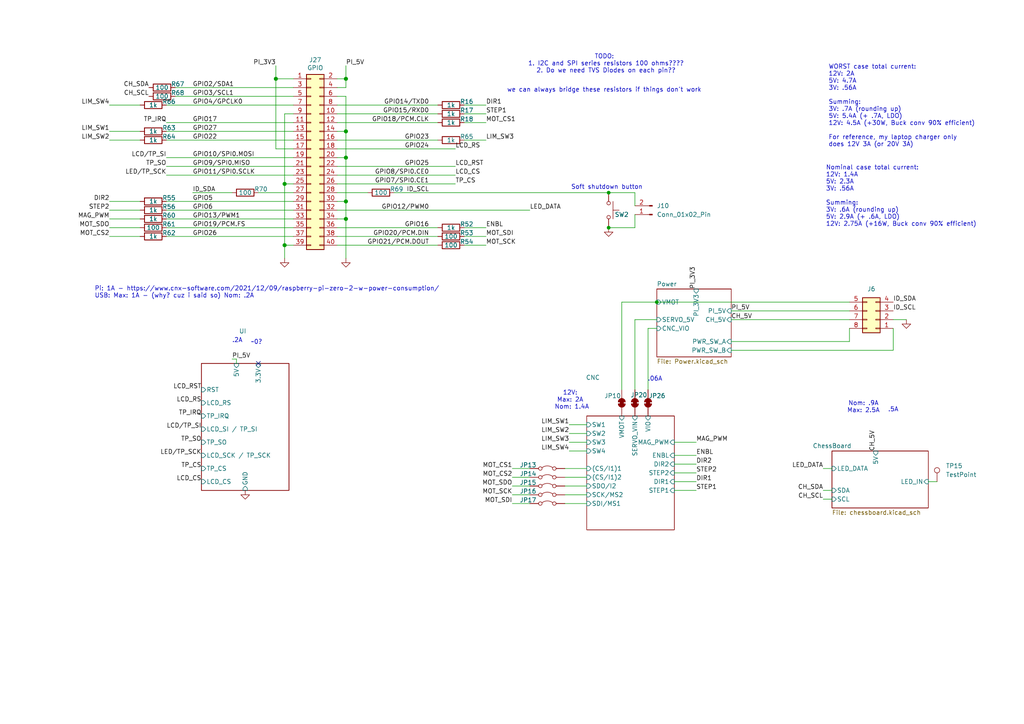
<source format=kicad_sch>
(kicad_sch (version 20231120) (generator "eeschema") (generator_version "8.0")
  (paper "A4")
  (lib_symbols
    (symbol "Connector:Conn_01x02_Pin" (pin_names (offset 1.016) hide)
      (property "Reference" "J" (at 0 2.54 0))
      (property "Value" "Conn_01x02_Pin" (at 0 -5.08 0))
      (symbol "Conn_01x02_Pin_1_1"
        (polyline (pts (xy 1.27 -2.54) (xy 0.8636 -2.54)) (stroke (width 0.1524)))
        (polyline (pts (xy 1.27 0) (xy 0.8636 0)) (stroke (width 0.1524)))
        (rectangle (start 0.8636 -2.413) (end 0 -2.667) (stroke (width 0.1524)) (fill (type outline)))
        (rectangle (start 0.8636 0.127) (end 0 -0.127) (stroke (width 0.1524)) (fill (type outline)))
        (pin passive line (at 5.08 0 180) (length 3.81) (name "Pin_1") (number "1"))
        (pin passive line (at 5.08 -2.54 180) (length 3.81) (name "Pin_2") (number "2"))
      )
    )
    (symbol "Connector:TestPoint" (pin_numbers hide) (pin_names (offset 0.762) hide)
      (property "Reference" "TP" (at 0 6.858 0))
      (property "Value" "TestPoint" (at 0 5.08 0))
      (symbol "TestPoint_0_1"
        (circle (center 0 3.302) (radius 0.762))
      )
      (symbol "TestPoint_1_1"
        (pin passive line (at 0 0 90) (length 2.54) (name "1") (number "1"))
      )
    )
    (symbol "Connector_Generic:Conn_02x04_Counter_Clockwise" (pin_names (offset 1.016) hide)
      (property "Reference" "J" (at 1.27 5.08 0))
      (property "Value" "Conn_02x04_Counter_Clockwise" (at 1.27 -7.62 0))
      (symbol "Conn_02x04_Counter_Clockwise_1_1"
        (rectangle (start -1.27 -4.953) (end 0 -5.207) (stroke (width 0.1524)))
        (rectangle (start -1.27 -2.413) (end 0 -2.667) (stroke (width 0.1524)))
        (rectangle (start -1.27 0.127) (end 0 -0.127) (stroke (width 0.1524)))
        (rectangle (start -1.27 2.667) (end 0 2.413) (stroke (width 0.1524)))
        (rectangle (start -1.27 3.81) (end 3.81 -6.35) (stroke (width 0.254)) (fill (type background)))
        (rectangle (start 3.81 -4.953) (end 2.54 -5.207) (stroke (width 0.1524)))
        (rectangle (start 3.81 -2.413) (end 2.54 -2.667) (stroke (width 0.1524)))
        (rectangle (start 3.81 0.127) (end 2.54 -0.127) (stroke (width 0.1524)))
        (rectangle (start 3.81 2.667) (end 2.54 2.413) (stroke (width 0.1524)))
        (pin passive line (at -5.08 2.54 0) (length 3.81) (name "Pin_1") (number "1"))
        (pin passive line (at -5.08 0 0) (length 3.81) (name "Pin_2") (number "2"))
        (pin passive line (at -5.08 -2.54 0) (length 3.81) (name "Pin_3") (number "3"))
        (pin passive line (at -5.08 -5.08 0) (length 3.81) (name "Pin_4") (number "4"))
        (pin passive line (at 7.62 -5.08 180) (length 3.81) (name "Pin_5") (number "5"))
        (pin passive line (at 7.62 -2.54 180) (length 3.81) (name "Pin_6") (number "6"))
        (pin passive line (at 7.62 0 180) (length 3.81) (name "Pin_7") (number "7"))
        (pin passive line (at 7.62 2.54 180) (length 3.81) (name "Pin_8") (number "8"))
      )
    )
    (symbol "Connector_Generic:Conn_02x20_Odd_Even" (pin_names (offset 1.016) hide)
      (property "Reference" "J" (at 1.27 25.4 0))
      (property "Value" "Conn_02x20_Odd_Even" (at 1.27 -27.94 0))
      (symbol "Conn_02x20_Odd_Even_1_1"
        (rectangle (start -1.27 -25.273) (end 0 -25.527) (stroke (width 0.1524)))
        (rectangle (start -1.27 -22.733) (end 0 -22.987) (stroke (width 0.1524)))
        (rectangle (start -1.27 -20.193) (end 0 -20.447) (stroke (width 0.1524)))
        (rectangle (start -1.27 -17.653) (end 0 -17.907) (stroke (width 0.1524)))
        (rectangle (start -1.27 -15.113) (end 0 -15.367) (stroke (width 0.1524)))
        (rectangle (start -1.27 -12.573) (end 0 -12.827) (stroke (width 0.1524)))
        (rectangle (start -1.27 -10.033) (end 0 -10.287) (stroke (width 0.1524)))
        (rectangle (start -1.27 -7.493) (end 0 -7.747) (stroke (width 0.1524)))
        (rectangle (start -1.27 -4.953) (end 0 -5.207) (stroke (width 0.1524)))
        (rectangle (start -1.27 -2.413) (end 0 -2.667) (stroke (width 0.1524)))
        (rectangle (start -1.27 0.127) (end 0 -0.127) (stroke (width 0.1524)))
        (rectangle (start -1.27 2.667) (end 0 2.413) (stroke (width 0.1524)))
        (rectangle (start -1.27 5.207) (end 0 4.953) (stroke (width 0.1524)))
        (rectangle (start -1.27 7.747) (end 0 7.493) (stroke (width 0.1524)))
        (rectangle (start -1.27 10.287) (end 0 10.033) (stroke (width 0.1524)))
        (rectangle (start -1.27 12.827) (end 0 12.573) (stroke (width 0.1524)))
        (rectangle (start -1.27 15.367) (end 0 15.113) (stroke (width 0.1524)))
        (rectangle (start -1.27 17.907) (end 0 17.653) (stroke (width 0.1524)))
        (rectangle (start -1.27 20.447) (end 0 20.193) (stroke (width 0.1524)))
        (rectangle (start -1.27 22.987) (end 0 22.733) (stroke (width 0.1524)))
        (rectangle (start -1.27 24.13) (end 3.81 -26.67) (stroke (width 0.254)) (fill (type background)))
        (rectangle (start 3.81 -25.273) (end 2.54 -25.527) (stroke (width 0.1524)))
        (rectangle (start 3.81 -22.733) (end 2.54 -22.987) (stroke (width 0.1524)))
        (rectangle (start 3.81 -20.193) (end 2.54 -20.447) (stroke (width 0.1524)))
        (rectangle (start 3.81 -17.653) (end 2.54 -17.907) (stroke (width 0.1524)))
        (rectangle (start 3.81 -15.113) (end 2.54 -15.367) (stroke (width 0.1524)))
        (rectangle (start 3.81 -12.573) (end 2.54 -12.827) (stroke (width 0.1524)))
        (rectangle (start 3.81 -10.033) (end 2.54 -10.287) (stroke (width 0.1524)))
        (rectangle (start 3.81 -7.493) (end 2.54 -7.747) (stroke (width 0.1524)))
        (rectangle (start 3.81 -4.953) (end 2.54 -5.207) (stroke (width 0.1524)))
        (rectangle (start 3.81 -2.413) (end 2.54 -2.667) (stroke (width 0.1524)))
        (rectangle (start 3.81 0.127) (end 2.54 -0.127) (stroke (width 0.1524)))
        (rectangle (start 3.81 2.667) (end 2.54 2.413) (stroke (width 0.1524)))
        (rectangle (start 3.81 5.207) (end 2.54 4.953) (stroke (width 0.1524)))
        (rectangle (start 3.81 7.747) (end 2.54 7.493) (stroke (width 0.1524)))
        (rectangle (start 3.81 10.287) (end 2.54 10.033) (stroke (width 0.1524)))
        (rectangle (start 3.81 12.827) (end 2.54 12.573) (stroke (width 0.1524)))
        (rectangle (start 3.81 15.367) (end 2.54 15.113) (stroke (width 0.1524)))
        (rectangle (start 3.81 17.907) (end 2.54 17.653) (stroke (width 0.1524)))
        (rectangle (start 3.81 20.447) (end 2.54 20.193) (stroke (width 0.1524)))
        (rectangle (start 3.81 22.987) (end 2.54 22.733) (stroke (width 0.1524)))
        (pin passive line (at -5.08 22.86 0) (length 3.81) (name "Pin_1") (number "1"))
        (pin passive line (at 7.62 12.7 180) (length 3.81) (name "Pin_10") (number "10"))
        (pin passive line (at -5.08 10.16 0) (length 3.81) (name "Pin_11") (number "11"))
        (pin passive line (at 7.62 10.16 180) (length 3.81) (name "Pin_12") (number "12"))
        (pin passive line (at -5.08 7.62 0) (length 3.81) (name "Pin_13") (number "13"))
        (pin passive line (at 7.62 7.62 180) (length 3.81) (name "Pin_14") (number "14"))
        (pin passive line (at -5.08 5.08 0) (length 3.81) (name "Pin_15") (number "15"))
        (pin passive line (at 7.62 5.08 180) (length 3.81) (name "Pin_16") (number "16"))
        (pin passive line (at -5.08 2.54 0) (length 3.81) (name "Pin_17") (number "17"))
        (pin passive line (at 7.62 2.54 180) (length 3.81) (name "Pin_18") (number "18"))
        (pin passive line (at -5.08 0 0) (length 3.81) (name "Pin_19") (number "19"))
        (pin passive line (at 7.62 22.86 180) (length 3.81) (name "Pin_2") (number "2"))
        (pin passive line (at 7.62 0 180) (length 3.81) (name "Pin_20") (number "20"))
        (pin passive line (at -5.08 -2.54 0) (length 3.81) (name "Pin_21") (number "21"))
        (pin passive line (at 7.62 -2.54 180) (length 3.81) (name "Pin_22") (number "22"))
        (pin passive line (at -5.08 -5.08 0) (length 3.81) (name "Pin_23") (number "23"))
        (pin passive line (at 7.62 -5.08 180) (length 3.81) (name "Pin_24") (number "24"))
        (pin passive line (at -5.08 -7.62 0) (length 3.81) (name "Pin_25") (number "25"))
        (pin passive line (at 7.62 -7.62 180) (length 3.81) (name "Pin_26") (number "26"))
        (pin passive line (at -5.08 -10.16 0) (length 3.81) (name "Pin_27") (number "27"))
        (pin passive line (at 7.62 -10.16 180) (length 3.81) (name "Pin_28") (number "28"))
        (pin passive line (at -5.08 -12.7 0) (length 3.81) (name "Pin_29") (number "29"))
        (pin passive line (at -5.08 20.32 0) (length 3.81) (name "Pin_3") (number "3"))
        (pin passive line (at 7.62 -12.7 180) (length 3.81) (name "Pin_30") (number "30"))
        (pin passive line (at -5.08 -15.24 0) (length 3.81) (name "Pin_31") (number "31"))
        (pin passive line (at 7.62 -15.24 180) (length 3.81) (name "Pin_32") (number "32"))
        (pin passive line (at -5.08 -17.78 0) (length 3.81) (name "Pin_33") (number "33"))
        (pin passive line (at 7.62 -17.78 180) (length 3.81) (name "Pin_34") (number "34"))
        (pin passive line (at -5.08 -20.32 0) (length 3.81) (name "Pin_35") (number "35"))
        (pin passive line (at 7.62 -20.32 180) (length 3.81) (name "Pin_36") (number "36"))
        (pin passive line (at -5.08 -22.86 0) (length 3.81) (name "Pin_37") (number "37"))
        (pin passive line (at 7.62 -22.86 180) (length 3.81) (name "Pin_38") (number "38"))
        (pin passive line (at -5.08 -25.4 0) (length 3.81) (name "Pin_39") (number "39"))
        (pin passive line (at 7.62 20.32 180) (length 3.81) (name "Pin_4") (number "4"))
        (pin passive line (at 7.62 -25.4 180) (length 3.81) (name "Pin_40") (number "40"))
        (pin passive line (at -5.08 17.78 0) (length 3.81) (name "Pin_5") (number "5"))
        (pin passive line (at 7.62 17.78 180) (length 3.81) (name "Pin_6") (number "6"))
        (pin passive line (at -5.08 15.24 0) (length 3.81) (name "Pin_7") (number "7"))
        (pin passive line (at 7.62 15.24 180) (length 3.81) (name "Pin_8") (number "8"))
        (pin passive line (at -5.08 12.7 0) (length 3.81) (name "Pin_9") (number "9"))
      )
    )
    (symbol "Device:R" (pin_numbers hide) (pin_names (offset 0))
      (property "Reference" "R" (at 2.032 0 90))
      (property "Value" "R" (at 0 0 90))
      (symbol "R_0_1"
        (rectangle (start -1.016 -2.54) (end 1.016 2.54) (stroke (width 0.254)))
      )
      (symbol "R_1_1"
        (pin passive line (at 0 3.81 270) (length 1.27) (name "~") (number "1"))
        (pin passive line (at 0 -3.81 90) (length 1.27) (name "~") (number "2"))
      )
    )
    (symbol "Jumper:Jumper_2_Bridged" (pin_numbers hide) (pin_names (offset 0) hide) (exclude_from_sim yes)
      (property "Reference" "JP" (at 0 1.905 0))
      (property "Value" "Jumper_2_Bridged" (at 0 -2.54 0))
      (symbol "Jumper_2_Bridged_0_0"
        (circle (center -2.032 0) (radius 0.508))
        (circle (center 2.032 0) (radius 0.508))
      )
      (symbol "Jumper_2_Bridged_0_1"
        (arc (start 1.524 0.254) (mid 0 0.762) (end -1.524 0.254))
      )
      (symbol "Jumper_2_Bridged_1_1"
        (pin passive line (at -5.08 0 0) (length 2.54) (name "A") (number "1"))
        (pin passive line (at 5.08 0 180) (length 2.54) (name "B") (number "2"))
      )
    )
    (symbol "Jumper:SolderJumper_2_Bridged" (pin_numbers hide) (pin_names (offset 0) hide) (exclude_from_sim yes) (in_bom no)
      (property "Reference" "JP" (at 0 2.032 0))
      (property "Value" "SolderJumper_2_Bridged" (at 0 -2.54 0))
      (symbol "SolderJumper_2_Bridged_0_1"
        (rectangle (start -0.508 0.508) (end 0.508 -0.508) (fill (type outline)))
        (arc (start -0.254 1.016) (mid -1.2656 0) (end -0.254 -1.016))
        (arc (start -0.254 1.016) (mid -1.2656 0) (end -0.254 -1.016) (fill (type outline)))
        (polyline (pts (xy -0.254 1.016) (xy -0.254 -1.016)))
        (polyline (pts (xy 0.254 1.016) (xy 0.254 -1.016)))
        (arc (start 0.254 -1.016) (mid 1.2656 0) (end 0.254 1.016))
        (arc (start 0.254 -1.016) (mid 1.2656 0) (end 0.254 1.016) (fill (type outline)))
      )
      (symbol "SolderJumper_2_Bridged_1_1"
        (pin passive line (at -3.81 0 0) (length 2.54) (name "A") (number "1"))
        (pin passive line (at 3.81 0 180) (length 2.54) (name "B") (number "2"))
      )
    )
    (symbol "Switch:SW_Push" (pin_numbers hide) (pin_names (offset 1.016) hide)
      (property "Reference" "SW" (at 1.27 2.54 0))
      (property "Value" "SW_Push" (at 0 -1.524 0))
      (symbol "SW_Push_0_1"
        (circle (center -2.032 0) (radius 0.508))
        (polyline (pts (xy 0 1.27) (xy 0 3.048)))
        (polyline (pts (xy 2.54 1.27) (xy -2.54 1.27)))
        (circle (center 2.032 0) (radius 0.508))
        (pin passive line (at -5.08 0 0) (length 2.54) (name "1") (number "1"))
        (pin passive line (at 5.08 0 180) (length 2.54) (name "2") (number "2"))
      )
    )
    (symbol "power:GND" (power) (pin_names (offset 0))
      (property "Value" "GND" (at 0 -3.81 0))
      (symbol "GND_0_1"
        (polyline (pts (xy 0 0) (xy 0 -1.27) (xy 1.27 -1.27) (xy 0 -2.54) (xy -1.27 -1.27) (xy 0 -1.27)))
      )
      (symbol "GND_1_1"
        (pin power_in line (at 0 0 270) (length 0) hide (name "GND") (number "1"))
      )
    )
  )
  (junction (at 80.01 22.86) (diameter 1.016))
  (junction (at 100.33 58.42) (diameter 1.016))
  (junction (at 100.33 38.1) (diameter 1.016))
  (junction (at 176.53 66.04))
  (junction (at 100.33 45.72) (diameter 1.016))
  (junction (at 100.33 22.86) (diameter 1.016))
  (junction (at 82.55 71.12) (diameter 1.016))
  (junction (at 100.33 63.5) (diameter 1.016))
  (junction (at 190.5 87.63))
  (junction (at 82.55 53.34) (diameter 1.016))
  (junction (at 176.53 55.88))
  (no_connect (at 74.93 105.41))
  (wire (pts (xy 48.26 40.64) (xy 85.09 40.64)))
  (wire (pts (xy 134.62 30.48) (xy 140.97 30.48)))
  (wire (pts (xy 100.33 25.4) (xy 97.79 25.4)))
  (wire (pts (xy 67.31 55.88) (xy 55.88 55.88)))
  (wire (pts (xy 100.33 38.1) (xy 100.33 45.72)))
  (wire (pts (xy 134.62 66.04) (xy 140.97 66.04)))
  (wire (pts (xy 100.33 27.94) (xy 100.33 38.1)))
  (wire (pts (xy 80.01 22.86) (xy 80.01 43.18)))
  (wire (pts (xy 163.83 146.05) (xy 170.18 146.05)))
  (wire (pts (xy 114.3 55.88) (xy 176.53 55.88)))
  (wire (pts (xy 80.01 22.86) (xy 85.09 22.86)))
  (wire (pts (xy 238.76 135.89) (xy 241.3 135.89)))
  (wire (pts (xy 259.08 101.6) (xy 259.08 95.25)))
  (wire (pts (xy 134.62 35.56) (xy 140.97 35.56)))
  (wire (pts (xy 184.15 62.23) (xy 184.15 66.04)))
  (wire (pts (xy 163.83 140.97) (xy 170.18 140.97)))
  (wire (pts (xy 31.75 66.04) (xy 40.64 66.04)))
  (wire (pts (xy 184.15 92.71) (xy 184.15 113.03)))
  (wire (pts (xy 187.96 95.25) (xy 187.96 113.03)))
  (wire (pts (xy 48.26 38.1) (xy 85.09 38.1)))
  (wire (pts (xy 134.62 71.12) (xy 140.97 71.12)))
  (wire (pts (xy 246.38 99.06) (xy 246.38 95.25)))
  (wire (pts (xy 97.79 33.02) (xy 127 33.02)))
  (wire (pts (xy 31.75 63.5) (xy 40.64 63.5)))
  (wire (pts (xy 100.33 45.72) (xy 100.33 58.42)))
  (wire (pts (xy 31.75 58.42) (xy 40.64 58.42)))
  (wire (pts (xy 195.58 142.24) (xy 201.93 142.24)))
  (wire (pts (xy 165.1 123.19) (xy 170.18 123.19)))
  (wire (pts (xy 82.55 53.34) (xy 82.55 71.12)))
  (wire (pts (xy 100.33 22.86) (xy 100.33 25.4)))
  (wire (pts (xy 195.58 139.7) (xy 201.93 139.7)))
  (wire (pts (xy 48.26 48.26) (xy 85.09 48.26)))
  (wire (pts (xy 97.79 55.88) (xy 106.68 55.88)))
  (wire (pts (xy 184.15 55.88) (xy 176.53 55.88)))
  (wire (pts (xy 82.55 53.34) (xy 85.09 53.34)))
  (wire (pts (xy 97.79 50.8) (xy 132.08 50.8)))
  (wire (pts (xy 100.33 19.05) (xy 100.33 22.86)))
  (wire (pts (xy 97.79 35.56) (xy 127 35.56)))
  (wire (pts (xy 100.33 58.42) (xy 97.79 58.42)))
  (wire (pts (xy 100.33 27.94) (xy 97.79 27.94)))
  (wire (pts (xy 163.83 143.51) (xy 170.18 143.51)))
  (wire (pts (xy 80.01 19.05) (xy 80.01 22.86)))
  (wire (pts (xy 85.09 55.88) (xy 74.93 55.88)))
  (wire (pts (xy 184.15 59.69) (xy 184.15 55.88)))
  (wire (pts (xy 48.26 58.42) (xy 85.09 58.42)))
  (wire (pts (xy 100.33 63.5) (xy 97.79 63.5)))
  (wire (pts (xy 153.67 146.05) (xy 148.59 146.05)))
  (wire (pts (xy 97.79 48.26) (xy 132.08 48.26)))
  (wire (pts (xy 190.5 87.63) (xy 246.38 87.63)))
  (wire (pts (xy 80.01 43.18) (xy 85.09 43.18)))
  (wire (pts (xy 180.34 87.63) (xy 180.34 113.03)))
  (wire (pts (xy 100.33 38.1) (xy 97.79 38.1)))
  (wire (pts (xy 50.8 27.94) (xy 85.09 27.94)))
  (wire (pts (xy 67.31 104.14) (xy 68.58 104.14)))
  (wire (pts (xy 97.79 40.64) (xy 127 40.64)))
  (wire (pts (xy 165.1 125.73) (xy 170.18 125.73)))
  (wire (pts (xy 212.09 101.6) (xy 259.08 101.6)))
  (wire (pts (xy 195.58 132.08) (xy 201.93 132.08)))
  (wire (pts (xy 134.62 40.64) (xy 140.97 40.64)))
  (wire (pts (xy 163.83 135.89) (xy 170.18 135.89)))
  (wire (pts (xy 100.33 45.72) (xy 97.79 45.72)))
  (wire (pts (xy 190.5 95.25) (xy 187.96 95.25)))
  (wire (pts (xy 97.79 71.12) (xy 127 71.12)))
  (wire (pts (xy 153.67 140.97) (xy 148.59 140.97)))
  (wire (pts (xy 48.26 35.56) (xy 85.09 35.56)))
  (wire (pts (xy 97.79 60.96) (xy 153.67 60.96)))
  (wire (pts (xy 100.33 63.5) (xy 100.33 74.93)))
  (wire (pts (xy 31.75 30.48) (xy 40.64 30.48)))
  (wire (pts (xy 48.26 30.48) (xy 85.09 30.48)))
  (wire (pts (xy 195.58 134.62) (xy 201.93 134.62)))
  (wire (pts (xy 134.62 68.58) (xy 140.97 68.58)))
  (wire (pts (xy 97.79 30.48) (xy 127 30.48)))
  (wire (pts (xy 48.26 66.04) (xy 85.09 66.04)))
  (wire (pts (xy 165.1 128.27) (xy 170.18 128.27)))
  (wire (pts (xy 31.75 40.64) (xy 40.64 40.64)))
  (wire (pts (xy 82.55 33.02) (xy 82.55 53.34)))
  (wire (pts (xy 48.26 68.58) (xy 85.09 68.58)))
  (wire (pts (xy 97.79 43.18) (xy 132.08 43.18)))
  (wire (pts (xy 82.55 71.12) (xy 85.09 71.12)))
  (wire (pts (xy 100.33 22.86) (xy 97.79 22.86)))
  (wire (pts (xy 153.67 135.89) (xy 148.59 135.89)))
  (wire (pts (xy 134.62 33.02) (xy 140.97 33.02)))
  (wire (pts (xy 195.58 128.27) (xy 201.93 128.27)))
  (wire (pts (xy 238.76 144.78) (xy 241.3 144.78)))
  (wire (pts (xy 238.76 142.24) (xy 241.3 142.24)))
  (wire (pts (xy 97.79 66.04) (xy 127 66.04)))
  (wire (pts (xy 212.09 90.17) (xy 246.38 90.17)))
  (wire (pts (xy 31.75 60.96) (xy 40.64 60.96)))
  (wire (pts (xy 82.55 71.12) (xy 82.55 74.93)))
  (wire (pts (xy 31.75 38.1) (xy 40.64 38.1)))
  (wire (pts (xy 153.67 143.51) (xy 148.59 143.51)))
  (wire (pts (xy 48.26 60.96) (xy 85.09 60.96)))
  (wire (pts (xy 48.26 50.8) (xy 85.09 50.8)))
  (wire (pts (xy 97.79 68.58) (xy 127 68.58)))
  (wire (pts (xy 190.5 92.71) (xy 184.15 92.71)))
  (wire (pts (xy 163.83 138.43) (xy 170.18 138.43)))
  (wire (pts (xy 82.55 33.02) (xy 85.09 33.02)))
  (wire (pts (xy 269.24 139.7) (xy 271.78 139.7)))
  (wire (pts (xy 31.75 68.58) (xy 40.64 68.58)))
  (wire (pts (xy 48.26 45.72) (xy 85.09 45.72)))
  (wire (pts (xy 195.58 137.16) (xy 201.93 137.16)))
  (wire (pts (xy 212.09 99.06) (xy 246.38 99.06)))
  (wire (pts (xy 212.09 92.71) (xy 246.38 92.71)))
  (wire (pts (xy 97.79 53.34) (xy 132.08 53.34)))
  (wire (pts (xy 48.26 63.5) (xy 85.09 63.5)))
  (wire (pts (xy 259.08 92.71) (xy 262.89 92.71)))
  (wire (pts (xy 68.58 104.14) (xy 68.58 105.41)))
  (wire (pts (xy 50.8 25.4) (xy 85.09 25.4)))
  (wire (pts (xy 184.15 66.04) (xy 176.53 66.04)))
  (wire (pts (xy 190.5 87.63) (xy 180.34 87.63)))
  (wire (pts (xy 100.33 58.42) (xy 100.33 63.5)))
  (wire (pts (xy 153.67 138.43) (xy 148.59 138.43)))
  (wire (pts (xy 165.1 130.81) (xy 170.18 130.81)))
  (text ".06A" (at 189.992 109.982 0) (effects (font (size 1.27 1.27))))
  (text ".5A" (at 259.08 118.872 0) (effects (font (size 1.27 1.27))))
  (text "12V: \nMax: 2A \nNom: 1.4A" (at 165.862 116.078 0) (effects (font (size 1.27 1.27))))
  (text "WORST case total current:\n12V: 2A\n5V: 4.7A\n3V: .56A\n\nSumming:\n3V: .7A (rounding up)\n5V: 5.4A (+ .7A, LDO)\n12V: 4.5A (+30W, Buck conv 90% efficient)\n\nFor reference, my laptop charger only \ndoes 12V 3A (or 20V 3A)" (at 240.284 30.734 0) (effects (font (size 1.27 1.27)) (justify left)))
  (text "we can always bridge these resistors if things don't work" (at 175.26 26.162 0) (effects (font (size 1.27 1.27))))
  (text "TODO: \n1. I2C and SPI series resistors 100 ohms????\n2. Do we need TVS Diodes on each pin??" (at 175.768 18.542 0) (effects (font (size 1.27 1.27))))
  (text "Nominal case total current:\n12V: 1.4A\n5V: 2.3A\n3V: .56A\n\nSumming:\n3V: .6A (rounding up)\n5V: 2.9A (+ .6A, LDO)\n12V: 2.75A (+16W, Buck conv 90% efficient)\n" (at 239.522 56.896 0) (effects (font (size 1.27 1.27)) (justify left)))
  (text "~0?" (at 74.422 99.314 0) (effects (font (size 1.27 1.27))))
  (text "Soft shutdown button" (at 176.022 54.356 0) (effects (font (size 1.27 1.27))))
  (text "Nom: .9A\nMax: 2.5A" (at 250.444 118.11 0) (effects (font (size 1.27 1.27))))
  (text ".2A" (at 68.834 98.806 0) (effects (font (size 1.27 1.27))))
  (text "Pi: 1A - https://www.cnx-software.com/2021/12/09/raspberry-pi-zero-2-w-power-consumption/\nUSB: Max: 1A - (why? cuz i said so) Nom: .2A" (at 27.432 84.836 0) (effects (font (size 1.27 1.27)) (justify left)))
  (label "GPIO27" (at 55.88 38.1 0))
  (label "MOT_CS2" (at 148.59 138.43 180))
  (label "GPIO9{slash}SPI0.MISO" (at 55.88 48.26 0))
  (label "GPIO5" (at 55.88 58.42 0))
  (label "STEP1" (at 140.97 33.02 0))
  (label "LIM_SW2" (at 165.1 125.73 180))
  (label "STEP2" (at 201.93 137.16 0))
  (label "GPIO11{slash}SPI0.SCLK" (at 55.88 50.8 0))
  (label "LIM_SW3" (at 140.97 40.64 0))
  (label "LED{slash}TP_SCK" (at 58.42 132.08 180))
  (label "MOT_CS1" (at 140.97 35.56 0))
  (label "GPIO20{slash}PCM.DIN" (at 124.46 68.58 180))
  (label "GPIO16" (at 124.46 66.04 180))
  (label "DIR2" (at 201.93 134.62 0))
  (label "LCD{slash}TP_SI" (at 58.42 124.46 180))
  (label "TP_IRQ" (at 48.26 35.56 180))
  (label "LIM_SW4" (at 165.1 130.81 180))
  (label "STEP2" (at 31.75 60.96 180))
  (label "MOT_CS2" (at 31.75 68.58 180))
  (label "CH_SCL" (at 238.76 144.78 180))
  (label "GPIO21{slash}PCM.DOUT" (at 124.46 71.12 180))
  (label "GPIO18{slash}PCM.CLK" (at 124.46 35.56 180))
  (label "CH_5V" (at 212.09 92.71 0))
  (label "MAG_PWM" (at 31.75 63.5 180))
  (label "CH_SDA" (at 43.18 25.4 180))
  (label "GPIO14{slash}TXD0" (at 124.46 30.48 180))
  (label "GPIO10{slash}SPI0.MOSI" (at 55.88 45.72 0))
  (label "LED_DATA" (at 238.76 135.89 180))
  (label "LED_DATA" (at 153.67 60.96 0))
  (label "MOT_SDI" (at 148.59 146.05 180))
  (label "GPIO23" (at 124.46 40.64 180))
  (label "MOT_CS1" (at 148.59 135.89 180))
  (label "CH_SDA" (at 238.76 142.24 180))
  (label "DIR1" (at 201.93 139.7 0))
  (label "MOT_SCK" (at 148.59 143.51 180))
  (label "LCD_RST" (at 132.08 48.26 0))
  (label "LED{slash}TP_SCK" (at 48.26 50.8 180))
  (label "TP_SO" (at 48.26 48.26 180))
  (label "GPIO12{slash}PWM0" (at 124.46 60.96 180))
  (label "ID_SDA" (at 259.08 87.63 0))
  (label "TP_SO" (at 58.42 128.27 180))
  (label "GPIO3{slash}SCL1" (at 55.88 27.94 0))
  (label "LIM_SW4" (at 31.75 30.48 180))
  (label "PI_5V" (at 67.31 104.14 0))
  (label "ENBL" (at 201.93 132.08 0))
  (label "MOT_SDI" (at 140.97 68.58 0))
  (label "GPIO6" (at 55.88 60.96 0))
  (label "GPIO2{slash}SDA1" (at 55.88 25.4 0))
  (label "GPIO13{slash}PWM1" (at 55.88 63.5 0))
  (label "MAG_PWM" (at 201.93 128.27 0))
  (label "GPIO15{slash}RXD0" (at 124.46 33.02 180))
  (label "GPIO4{slash}GPCLK0" (at 55.88 30.48 0))
  (label "GPIO26" (at 55.88 68.58 0))
  (label "TP_CS" (at 58.42 135.89 180))
  (label "LCD_CS" (at 132.08 50.8 0))
  (label "LCD{slash}TP_SI" (at 48.26 45.72 180))
  (label "DIR1" (at 140.97 30.48 0))
  (label "PI_3V3" (at 80.01 19.05 180))
  (label "LIM_SW1" (at 31.75 38.1 180))
  (label "LCD_CS" (at 58.42 139.7 180))
  (label "LIM_SW1" (at 165.1 123.19 180))
  (label "PI_3V3" (at 201.93 83.82 90))
  (label "MOT_SCK" (at 140.97 71.12 0))
  (label "STEP1" (at 201.93 142.24 0))
  (label "GPIO22" (at 55.88 40.64 0))
  (label "TP_IRQ" (at 58.42 120.65 180))
  (label "LCD_RS" (at 58.42 116.84 180))
  (label "GPIO19{slash}PCM.FS" (at 55.88 66.04 0))
  (label "ENBL" (at 140.97 66.04 0))
  (label "GPIO8{slash}SPI0.CE0" (at 124.46 50.8 180))
  (label "LCD_RS" (at 132.08 43.18 0))
  (label "DIR2" (at 31.75 58.42 180))
  (label "LIM_SW2" (at 31.75 40.64 180))
  (label "MOT_SDO" (at 148.59 140.97 180))
  (label "ID_SCL" (at 259.08 90.17 0))
  (label "PI_5V" (at 100.33 19.05 0))
  (label "GPIO7{slash}SPI0.CE1" (at 124.46 53.34 180))
  (label "ID_SCL" (at 124.46 55.88 180))
  (label "LIM_SW3" (at 165.1 128.27 180))
  (label "GPIO25" (at 124.46 48.26 180))
  (label "MOT_SDO" (at 31.75 66.04 180))
  (label "ID_SDA" (at 55.88 55.88 0))
  (label "GPIO17" (at 55.88 35.56 0))
  (label "CH_5V" (at 254 130.81 90))
  (label "CH_SCL" (at 43.18 27.94 180))
  (label "PI_5V" (at 212.09 90.17 0))
  (label "LCD_RST" (at 58.42 113.03 180))
  (label "GPIO24" (at 124.46 43.18 180))
  (label "TP_CS" (at 132.08 53.34 0))
  (symbol (lib_id "Jumper:Jumper_2_Bridged") (at 158.75 146.05 0) (unit 1) (exclude_from_sim yes)
    (property "Reference" "JP17" (at 153.162 145.034 0))
    (property "Value" "Jumper_2_Bridged" (effects (hide yes)))
    (property "Footprint" "TestPoint:TestPoint_2Pads_Pitch2.54mm_Drill0.8mm" (effects (hide yes)))
    (property "Description" "Jumper, 2-pole, closed/bridged" (effects (hide yes)))
  )
  (symbol (lib_id "Device:R") (at 44.45 60.96 90) (unit 1)
    (property "Reference" "R56" (at 49.022 59.944 90))
    (property "Value" "1k" (at 44.45 60.96 90))
    (property "Footprint" "Resistor_SMD:R_0603_1608Metric_Pad0.98x0.95mm_HandSolder" (effects (hide yes)))
    (property "Description" "Resistor" (effects (hide yes)))
  )
  (symbol (lib_id "Jumper:SolderJumper_2_Bridged") (at 187.96 116.84 270) (mirror x) (unit 1) (exclude_from_sim yes) (in_bom no)
    (property "Reference" "JP26" (at 193.04 114.808 90) (effects (justify right)))
    (property "Value" "SolderJumper_2_Bridged" (effects (hide yes)))
    (property "Footprint" "Jumper:SolderJumper-2_P1.3mm_Bridged2Bar_RoundedPad1.0x1.5mm" (effects (hide yes)))
    (property "Description" "Solder Jumper, 2-pole, closed/bridged" (effects (hide yes)))
  )
  (symbol (lib_id "Device:R") (at 130.81 40.64 90) (unit 1)
    (property "Reference" "R65" (at 135.382 39.624 90))
    (property "Value" "1k" (at 130.81 40.64 90))
    (property "Footprint" "Resistor_SMD:R_0603_1608Metric_Pad0.98x0.95mm_HandSolder" (effects (hide yes)))
    (property "Description" "Resistor" (effects (hide yes)))
  )
  (symbol (lib_id "Switch:SW_Push") (at 176.53 60.96 270) (unit 1)
    (property "Reference" "SW2" (at 182.372 62.23 90) (effects (justify right)))
    (property "Value" "SW_Push TODO FP CHECK" (effects (hide yes)))
    (property "Footprint" "Button_Switch_SMD:SW_SPST_SKQG_WithStem" (effects (hide yes)))
    (property "Description" "Push button switch, generic, two pins" (effects (hide yes)))
  )
  (symbol (lib_id "Device:R") (at 44.45 30.48 90) (unit 1)
    (property "Reference" "R66" (at 49.022 29.464 90))
    (property "Value" "1k" (at 44.45 30.48 90))
    (property "Footprint" "Resistor_SMD:R_0603_1608Metric_Pad0.98x0.95mm_HandSolder" (effects (hide yes)))
    (property "Description" "Resistor" (effects (hide yes)))
  )
  (symbol (lib_id "power:GND") (at 176.53 66.04 0) (unit 1)
    (property "Reference" "#PWR044" (effects (hide yes)))
    (property "Value" "GND" (effects (hide yes)))
  )
  (symbol (lib_id "Device:R") (at 130.81 66.04 90) (unit 1)
    (property "Reference" "R52" (at 135.382 65.024 90))
    (property "Value" "1k" (at 130.81 66.04 90))
    (property "Footprint" "Resistor_SMD:R_0603_1608Metric_Pad0.98x0.95mm_HandSolder" (effects (hide yes)))
    (property "Description" "Resistor" (effects (hide yes)))
  )
  (symbol (lib_id "Jumper:SolderJumper_2_Bridged") (at 184.15 116.84 90) (unit 1) (exclude_from_sim yes) (in_bom no)
    (property "Reference" "JP20" (at 182.88 114.554 90) (effects (justify right)))
    (property "Value" "SolderJumper_2_Bridged" (effects (hide yes)))
    (property "Footprint" "Jumper:SolderJumper-2_P1.3mm_Bridged2Bar_RoundedPad1.0x1.5mm" (effects (hide yes)))
    (property "Description" "Solder Jumper, 2-pole, closed/bridged" (effects (hide yes)))
  )
  (symbol (lib_id "Device:R") (at 130.81 71.12 90) (unit 1)
    (property "Reference" "R54" (at 135.382 70.104 90))
    (property "Value" "100" (at 130.81 71.12 90))
    (property "Footprint" "Resistor_SMD:R_0603_1608Metric_Pad0.98x0.95mm_HandSolder" (effects (hide yes)))
    (property "Description" "Resistor" (effects (hide yes)))
  )
  (symbol (lib_id "Connector_Generic:Conn_02x04_Counter_Clockwise") (at 254 92.71 180) (unit 1)
    (property "Reference" "J6" (at 252.73 83.82 0))
    (property "Value" "Conn_02x04_Counter_Clockwise" (effects (hide yes)))
    (property "Footprint" "Connector_PinSocket_2.54mm:PinSocket_2x04_P2.54mm_Horizontal" (effects (hide yes)))
    (property "Description" "Generic connector, double row, 02x04, counter clockwise pin numbering scheme (similar to DIP package numbering), script generated (kicad-library-utils/schlib/autogen/connector/)" (effects (hide yes)))
  )
  (symbol (lib_id "Device:R") (at 44.45 66.04 90) (unit 1)
    (property "Reference" "R61" (at 49.022 65.024 90))
    (property "Value" "100" (at 44.45 66.04 90))
    (property "Footprint" "Resistor_SMD:R_0603_1608Metric_Pad0.98x0.95mm_HandSolder" (effects (hide yes)))
    (property "Description" "Resistor" (effects (hide yes)))
  )
  (symbol (lib_id "Device:R") (at 44.45 68.58 90) (unit 1)
    (property "Reference" "R62" (at 49.022 67.564 90))
    (property "Value" "1k" (at 44.45 68.58 90))
    (property "Footprint" "Resistor_SMD:R_0603_1608Metric_Pad0.98x0.95mm_HandSolder" (effects (hide yes)))
    (property "Description" "Resistor" (effects (hide yes)))
  )
  (symbol (lib_id "Jumper:Jumper_2_Bridged") (at 158.75 135.89 0) (unit 1) (exclude_from_sim yes)
    (property "Reference" "JP13" (at 153.162 134.874 0))
    (property "Value" "Jumper_2_Bridged" (effects (hide yes)))
    (property "Footprint" "TestPoint:TestPoint_2Pads_Pitch2.54mm_Drill0.8mm" (effects (hide yes)))
    (property "Description" "Jumper, 2-pole, closed/bridged" (effects (hide yes)))
  )
  (symbol (lib_id "Device:R") (at 110.49 55.88 90) (unit 1)
    (property "Reference" "R69" (at 115.062 54.864 90))
    (property "Value" "100" (at 110.49 55.88 90))
    (property "Footprint" "Resistor_SMD:R_0603_1608Metric_Pad0.98x0.95mm_HandSolder" (effects (hide yes)))
    (property "Description" "Resistor" (effects (hide yes)))
  )
  (symbol (lib_id "Device:R") (at 130.81 30.48 90) (unit 1)
    (property "Reference" "R16" (at 135.382 29.464 90))
    (property "Value" "1k" (at 130.81 30.48 90))
    (property "Footprint" "Resistor_SMD:R_0603_1608Metric_Pad0.98x0.95mm_HandSolder" (effects (hide yes)))
    (property "Description" "Resistor" (effects (hide yes)))
  )
  (symbol (lib_id "Connector_Generic:Conn_02x20_Odd_Even") (at 90.17 45.72 0) (unit 1)
    (property "Reference" "J27" (at 91.44 17.3798 0))
    (property "Value" "GPIO" (at 91.44 19.685 0))
    (property "Footprint" "Connector_PinSocket_2.54mm:PinSocket_2x20_P2.54mm_Vertical_SMD" (effects (hide yes)))
  )
  (symbol (lib_id "Jumper:Jumper_2_Bridged") (at 158.75 138.43 0) (unit 1) (exclude_from_sim yes)
    (property "Reference" "JP14" (at 153.162 137.414 0))
    (property "Value" "Jumper_2_Bridged" (effects (hide yes)))
    (property "Footprint" "TestPoint:TestPoint_2Pads_Pitch2.54mm_Drill0.8mm" (effects (hide yes)))
    (property "Description" "Jumper, 2-pole, closed/bridged" (effects (hide yes)))
  )
  (symbol (lib_id "power:GND") (at 262.89 92.71 0) (unit 1)
    (property "Reference" "#PWR05" (effects (hide yes)))
    (property "Value" "GND" (effects (hide yes)))
  )
  (symbol (lib_id "Device:R") (at 130.81 68.58 90) (unit 1)
    (property "Reference" "R53" (at 135.382 67.564 90))
    (property "Value" "100" (at 130.81 68.58 90))
    (property "Footprint" "Resistor_SMD:R_0603_1608Metric_Pad0.98x0.95mm_HandSolder" (effects (hide yes)))
    (property "Description" "Resistor" (effects (hide yes)))
  )
  (symbol (lib_id "Jumper:SolderJumper_2_Bridged") (at 180.34 116.84 90) (unit 1) (exclude_from_sim yes) (in_bom no)
    (property "Reference" "JP10" (at 175.26 114.808 90) (effects (justify right)))
    (property "Value" "SolderJumper_2_Bridged" (effects (hide yes)))
    (property "Footprint" "Jumper:SolderJumper-2_P1.3mm_Bridged2Bar_RoundedPad1.0x1.5mm" (effects (hide yes)))
    (property "Description" "Solder Jumper, 2-pole, closed/bridged" (effects (hide yes)))
  )
  (symbol (lib_id "Device:R") (at 46.99 25.4 90) (unit 1)
    (property "Reference" "R67" (at 51.562 24.384 90))
    (property "Value" "100" (at 46.99 25.4 90))
    (property "Footprint" "Resistor_SMD:R_0603_1608Metric_Pad0.98x0.95mm_HandSolder" (effects (hide yes)))
    (property "Description" "Resistor" (effects (hide yes)))
  )
  (symbol (lib_id "Jumper:Jumper_2_Bridged") (at 158.75 143.51 0) (unit 1) (exclude_from_sim yes)
    (property "Reference" "JP16" (at 153.162 142.494 0))
    (property "Value" "Jumper_2_Bridged" (effects (hide yes)))
    (property "Footprint" "TestPoint:TestPoint_2Pads_Pitch2.54mm_Drill0.8mm" (effects (hide yes)))
    (property "Description" "Jumper, 2-pole, closed/bridged" (effects (hide yes)))
  )
  (symbol (lib_id "power:GND") (at 82.55 74.93 0) (unit 1)
    (property "Reference" "#PWR030" (effects (hide yes)))
    (property "Value" "GND" (effects (hide yes)))
  )
  (symbol (lib_id "Connector:TestPoint") (at 271.78 139.7 0) (unit 1)
    (property "Reference" "TP15" (at 274.32 135.1279 0) (effects (justify left)))
    (property "Value" "TestPoint" (at 274.32 137.6679 0) (effects (justify left)))
    (property "Description" "test point" (effects (hide yes)))
  )
  (symbol (lib_id "Device:R") (at 44.45 38.1 90) (unit 1)
    (property "Reference" "R63" (at 49.022 37.084 90))
    (property "Value" "1k" (at 44.45 38.1 90))
    (property "Footprint" "Resistor_SMD:R_0603_1608Metric_Pad0.98x0.95mm_HandSolder" (effects (hide yes)))
    (property "Description" "Resistor" (effects (hide yes)))
  )
  (symbol (lib_id "Device:R") (at 46.99 27.94 90) (unit 1)
    (property "Reference" "R68" (at 51.562 26.924 90))
    (property "Value" "100" (at 46.99 27.94 90))
    (property "Footprint" "Resistor_SMD:R_0603_1608Metric_Pad0.98x0.95mm_HandSolder" (effects (hide yes)))
    (property "Description" "Resistor" (effects (hide yes)))
  )
  (symbol (lib_id "Device:R") (at 44.45 63.5 90) (unit 1)
    (property "Reference" "R60" (at 49.022 62.484 90))
    (property "Value" "1k" (at 44.45 63.5 90))
    (property "Footprint" "Resistor_SMD:R_0603_1608Metric_Pad0.98x0.95mm_HandSolder" (effects (hide yes)))
    (property "Description" "Resistor" (effects (hide yes)))
  )
  (symbol (lib_id "Device:R") (at 44.45 58.42 90) (unit 1)
    (property "Reference" "R55" (at 49.022 57.404 90))
    (property "Value" "1k" (at 44.45 58.42 90))
    (property "Footprint" "Resistor_SMD:R_0603_1608Metric_Pad0.98x0.95mm_HandSolder" (effects (hide yes)))
    (property "Description" "Resistor" (effects (hide yes)))
  )
  (symbol (lib_id "power:GND") (at 100.33 74.93 0) (unit 1)
    (property "Reference" "#PWR032" (effects (hide yes)))
    (property "Value" "GND" (effects (hide yes)))
  )
  (symbol (lib_id "Connector:Conn_01x02_Pin") (at 189.23 62.23 180) (unit 1)
    (property "Reference" "J10" (at 190.5 59.6899 0) (effects (justify right)))
    (property "Value" "Conn_01x02_Pin" (at 190.5 62.2299 0) (effects (justify right)))
    (property "Description" "Generic connector, single row, 01x02, script generated" (effects (hide yes)))
  )
  (symbol (lib_id "Device:R") (at 44.45 40.64 90) (unit 1)
    (property "Reference" "R64" (at 49.022 39.624 90))
    (property "Value" "1k" (at 44.45 40.64 90))
    (property "Footprint" "Resistor_SMD:R_0603_1608Metric_Pad0.98x0.95mm_HandSolder" (effects (hide yes)))
    (property "Description" "Resistor" (effects (hide yes)))
  )
  (symbol (lib_id "Jumper:Jumper_2_Bridged") (at 158.75 140.97 0) (unit 1) (exclude_from_sim yes)
    (property "Reference" "JP15" (at 153.162 139.954 0))
    (property "Value" "Jumper_2_Bridged" (effects (hide yes)))
    (property "Footprint" "TestPoint:TestPoint_2Pads_Pitch2.54mm_Drill0.8mm" (effects (hide yes)))
    (property "Description" "Jumper, 2-pole, closed/bridged" (effects (hide yes)))
  )
  (symbol (lib_id "power:GND") (at 71.12 142.24 0) (unit 1)
    (property "Reference" "#PWR043" (effects (hide yes)))
    (property "Value" "GND" (effects (hide yes)))
  )
  (symbol (lib_id "Device:R") (at 130.81 35.56 90) (unit 1)
    (property "Reference" "R18" (at 135.382 34.544 90))
    (property "Value" "1k" (at 130.81 35.56 90))
    (property "Footprint" "Resistor_SMD:R_0603_1608Metric_Pad0.98x0.95mm_HandSolder" (effects (hide yes)))
    (property "Description" "Resistor" (effects (hide yes)))
  )
  (symbol (lib_id "Device:R") (at 71.12 55.88 90) (unit 1)
    (property "Reference" "R70" (at 75.692 54.864 90))
    (property "Value" "100" (at 71.12 55.88 90))
    (property "Footprint" "Resistor_SMD:R_0603_1608Metric_Pad0.98x0.95mm_HandSolder" (effects (hide yes)))
    (property "Description" "Resistor" (effects (hide yes)))
  )
  (symbol (lib_id "Device:R") (at 130.81 33.02 90) (unit 1)
    (property "Reference" "R17" (at 135.382 32.004 90))
    (property "Value" "1k" (at 130.81 33.02 90))
    (property "Footprint" "Resistor_SMD:R_0603_1608Metric_Pad0.98x0.95mm_HandSolder" (effects (hide yes)))
    (property "Description" "Resistor" (effects (hide yes)))
  )
  (sheet (at 170.18 120.65) (size 25.4 33.02) (stroke (width 0.1524))
    (property "Sheetname" "CNC" (at 169.926 110.236 0) (effects (justify left bottom)))
    (property "Sheetfile" "cnc.kicad_sch" (effects (hide yes)))
    (pin "SW1" input (at 170.18 123.19 180))
    (pin "SW3" input (at 170.18 128.27 180))
    (pin "SW2" input (at 170.18 125.73 180))
    (pin "VMOT" input (at 180.34 120.65 90))
    (pin "MAG_PWM" input (at 195.58 128.27 0))
    (pin "SW4" input (at 170.18 130.81 180))
    (pin "(CS{slash}I1)2" input (at 170.18 138.43 180))
    (pin "SDO{slash}I2" input (at 170.18 140.97 180))
    (pin "SCK{slash}MS2" input (at 170.18 143.51 180))
    (pin "SDI{slash}MS1" input (at 170.18 146.05 180))
    (pin "ENBL" input (at 195.58 132.08 0))
    (pin "DIR2" input (at 195.58 134.62 0))
    (pin "STEP2" input (at 195.58 137.16 0))
    (pin "DIR1" input (at 195.58 139.7 0))
    (pin "STEP1" input (at 195.58 142.24 0))
    (pin "(CS{slash}I1)1" input (at 170.18 135.89 180))
    (pin "VIO" input (at 187.96 120.65 90))
    (pin "SERVO_VIN" input (at 184.15 120.65 90))
  )
  (sheet (at 190.5 83.82) (size 21.59 19.685) (stroke (width 0.1524))
    (property "Sheetname" "Power" (at 190.5 83.1084 0) (effects (justify left bottom)))
    (property "Sheetfile" "Power.kicad_sch" (at 190.5 104.0896 0) (effects (justify left top)))
    (pin "CH_5V" input (at 212.09 92.71 0))
    (pin "PI_5V" input (at 212.09 90.17 0))
    (pin "VMOT" input (at 190.5 87.63 180))
    (pin "SERVO_5V" input (at 190.5 92.71 180))
    (pin "CNC_VIO" input (at 190.5 95.25 180))
    (pin "PI_3V3" input (at 201.93 83.82 90))
    (pin "PWR_SW_B" input (at 212.09 101.6 0))
    (pin "PWR_SW_A" input (at 212.09 99.06 0))
  )
  (sheet (at 58.42 105.41) (size 25.4 36.83) (stroke (width 0.1524))
    (property "Sheetname" "UI" (at 69.342 96.774 0) (effects (justify left bottom)))
    (property "Sheetfile" "ui.kicad_sch" (effects (hide yes)))
    (pin "LCD_SI {slash} TP_SI" input (at 58.42 124.46 180))
    (pin "TP_SO" input (at 58.42 128.27 180))
    (pin "LCD_CS" input (at 58.42 139.7 180))
    (pin "RST" input (at 58.42 113.03 180))
    (pin "TP_CS" input (at 58.42 135.89 180))
    (pin "LCD_SCK {slash} TP_SCK" input (at 58.42 132.08 180))
    (pin "GND" input (at 71.12 142.24 270))
    (pin "TP_IRQ" input (at 58.42 120.65 180))
    (pin "3.3V" input (at 74.93 105.41 90))
    (pin "5V" input (at 68.58 105.41 90))
    (pin "LCD_RS" input (at 58.42 116.84 180))
  )
  (sheet (at 241.3 130.81) (size 27.94 16.51) (stroke (width 0.1524))
    (property "Sheetname" "ChessBoard" (at 235.712 130.048 0) (effects (justify left bottom)))
    (property "Sheetfile" "chessboard.kicad_sch" (at 241.3 147.9046 0) (effects (justify left top)))
    (pin "LED_IN" input (at 269.24 139.7 0))
    (pin "5V" input (at 254 130.81 90))
    (pin "SCL" input (at 241.3 144.78 180))
    (pin "SDA" input (at 241.3 142.24 180))
    (pin "LED_DATA" input (at 241.3 135.89 180))
  )
)
</source>
